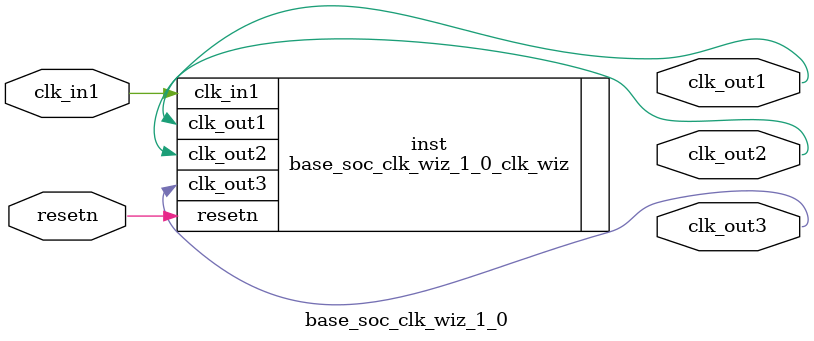
<source format=v>


`timescale 1ps/1ps

(* CORE_GENERATION_INFO = "base_soc_clk_wiz_1_0,clk_wiz_v5_3_3_0,{component_name=base_soc_clk_wiz_1_0,use_phase_alignment=true,use_min_o_jitter=false,use_max_i_jitter=false,use_dyn_phase_shift=false,use_inclk_switchover=false,use_dyn_reconfig=false,enable_axi=0,feedback_source=FDBK_AUTO,PRIMITIVE=MMCM,num_out_clk=3,clkin1_period=10.0,clkin2_period=10.0,use_power_down=false,use_reset=true,use_locked=false,use_inclk_stopped=false,feedback_type=SINGLE,CLOCK_MGR_TYPE=NA,manual_override=false}" *)

module base_soc_clk_wiz_1_0 
 (
  // Clock out ports
  output        clk_out1,
  output        clk_out2,
  output        clk_out3,
  // Status and control signals
  input         resetn,
 // Clock in ports
  input         clk_in1
 );

  base_soc_clk_wiz_1_0_clk_wiz inst
  (
  // Clock out ports  
  .clk_out1(clk_out1),
  .clk_out2(clk_out2),
  .clk_out3(clk_out3),
  // Status and control signals               
  .resetn(resetn), 
 // Clock in ports
  .clk_in1(clk_in1)
  );

endmodule

</source>
